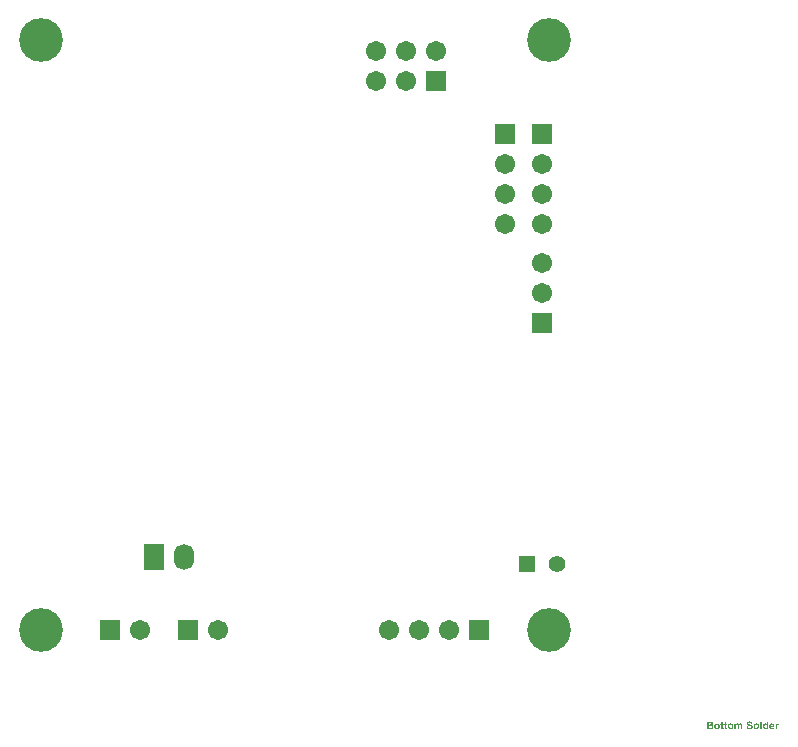
<source format=gbs>
G04*
G04 #@! TF.GenerationSoftware,Altium Limited,Altium Designer,23.3.1 (30)*
G04*
G04 Layer_Color=16711935*
%FSLAX25Y25*%
%MOIN*%
G70*
G04*
G04 #@! TF.SameCoordinates,97A15D6B-2EEB-42C3-8D6F-FEDD3E2C4342*
G04*
G04*
G04 #@! TF.FilePolarity,Negative*
G04*
G01*
G75*
%ADD55C,0.14580*%
%ADD56R,0.06706X0.06706*%
%ADD57C,0.06706*%
%ADD58C,0.05524*%
%ADD59R,0.05524X0.05524*%
%ADD61R,0.06706X0.06706*%
%ADD62R,0.06706X0.08674*%
%ADD63O,0.06706X0.08674*%
G36*
X151648Y-124874D02*
X151689Y-124876D01*
X151733Y-124882D01*
X151785Y-124887D01*
X151839Y-124898D01*
X151894Y-124909D01*
X151954Y-124923D01*
X152014Y-124939D01*
X152071Y-124958D01*
X152129Y-124983D01*
X152186Y-125013D01*
X152238Y-125043D01*
X152284Y-125081D01*
X152287Y-125084D01*
X152295Y-125089D01*
X152306Y-125103D01*
X152322Y-125119D01*
X152341Y-125138D01*
X152361Y-125166D01*
X152382Y-125196D01*
X152407Y-125229D01*
X152429Y-125267D01*
X152451Y-125308D01*
X152472Y-125354D01*
X152492Y-125403D01*
X152511Y-125455D01*
X152524Y-125512D01*
X152533Y-125573D01*
X152538Y-125635D01*
X152030Y-125654D01*
Y-125652D01*
X152027Y-125646D01*
Y-125635D01*
X152025Y-125624D01*
X152019Y-125608D01*
X152014Y-125589D01*
X152000Y-125548D01*
X151981Y-125504D01*
X151957Y-125458D01*
X151927Y-125414D01*
X151888Y-125379D01*
X151883Y-125376D01*
X151869Y-125365D01*
X151845Y-125351D01*
X151809Y-125335D01*
X151763Y-125319D01*
X151708Y-125305D01*
X151643Y-125294D01*
X151566Y-125291D01*
X151531D01*
X151512Y-125294D01*
X151490Y-125297D01*
X151438Y-125302D01*
X151383Y-125313D01*
X151323Y-125329D01*
X151269Y-125354D01*
X151217Y-125384D01*
X151214Y-125387D01*
X151206Y-125395D01*
X151192Y-125409D01*
X151179Y-125425D01*
X151162Y-125447D01*
X151151Y-125474D01*
X151140Y-125504D01*
X151138Y-125540D01*
Y-125542D01*
Y-125553D01*
X151140Y-125573D01*
X151146Y-125592D01*
X151157Y-125616D01*
X151168Y-125644D01*
X151187Y-125668D01*
X151211Y-125693D01*
X151217Y-125695D01*
X151222Y-125701D01*
X151233Y-125706D01*
X151244Y-125715D01*
X151260Y-125723D01*
X151282Y-125734D01*
X151307Y-125744D01*
X151334Y-125755D01*
X151367Y-125769D01*
X151405Y-125783D01*
X151449Y-125796D01*
X151498Y-125813D01*
X151552Y-125829D01*
X151613Y-125846D01*
X151678Y-125862D01*
X151684D01*
X151695Y-125865D01*
X151714Y-125870D01*
X151738Y-125875D01*
X151771Y-125884D01*
X151804Y-125895D01*
X151845Y-125906D01*
X151886Y-125917D01*
X151976Y-125944D01*
X152066Y-125974D01*
X152109Y-125990D01*
X152153Y-126007D01*
X152191Y-126026D01*
X152227Y-126042D01*
X152230D01*
X152235Y-126048D01*
X152243Y-126053D01*
X152257Y-126058D01*
X152290Y-126080D01*
X152331Y-126108D01*
X152374Y-126146D01*
X152421Y-126189D01*
X152467Y-126241D01*
X152508Y-126299D01*
Y-126301D01*
X152514Y-126307D01*
X152516Y-126315D01*
X152524Y-126329D01*
X152533Y-126345D01*
X152541Y-126364D01*
X152549Y-126386D01*
X152560Y-126411D01*
X152568Y-126438D01*
X152576Y-126468D01*
X152593Y-126536D01*
X152604Y-126615D01*
X152609Y-126700D01*
Y-126703D01*
Y-126708D01*
Y-126722D01*
X152606Y-126735D01*
Y-126755D01*
X152604Y-126779D01*
X152598Y-126804D01*
X152593Y-126831D01*
X152579Y-126894D01*
X152557Y-126962D01*
X152527Y-127033D01*
X152508Y-127071D01*
X152486Y-127107D01*
Y-127110D01*
X152481Y-127115D01*
X152472Y-127126D01*
X152464Y-127137D01*
X152451Y-127153D01*
X152437Y-127172D01*
X152399Y-127213D01*
X152350Y-127257D01*
X152292Y-127306D01*
X152224Y-127350D01*
X152145Y-127388D01*
X152142D01*
X152134Y-127391D01*
X152123Y-127396D01*
X152107Y-127402D01*
X152085Y-127410D01*
X152058Y-127415D01*
X152027Y-127423D01*
X151995Y-127432D01*
X151957Y-127443D01*
X151916Y-127451D01*
X151869Y-127456D01*
X151820Y-127464D01*
X151771Y-127470D01*
X151714Y-127475D01*
X151656Y-127478D01*
X151574D01*
X151550Y-127475D01*
X151517D01*
X151479Y-127473D01*
X151432Y-127467D01*
X151381Y-127459D01*
X151326Y-127451D01*
X151266Y-127440D01*
X151206Y-127423D01*
X151146Y-127407D01*
X151086Y-127385D01*
X151026Y-127361D01*
X150968Y-127331D01*
X150914Y-127298D01*
X150862Y-127260D01*
X150859Y-127257D01*
X150851Y-127249D01*
X150837Y-127235D01*
X150821Y-127219D01*
X150802Y-127194D01*
X150777Y-127167D01*
X150753Y-127134D01*
X150728Y-127096D01*
X150701Y-127052D01*
X150673Y-127006D01*
X150649Y-126951D01*
X150624Y-126894D01*
X150602Y-126831D01*
X150583Y-126766D01*
X150567Y-126692D01*
X150556Y-126615D01*
X151050Y-126566D01*
Y-126569D01*
X151053Y-126577D01*
X151056Y-126591D01*
X151058Y-126607D01*
X151064Y-126629D01*
X151072Y-126651D01*
X151088Y-126705D01*
X151113Y-126766D01*
X151146Y-126828D01*
X151184Y-126886D01*
X151206Y-126910D01*
X151230Y-126935D01*
X151233D01*
X151236Y-126940D01*
X151244Y-126946D01*
X151255Y-126954D01*
X151269Y-126962D01*
X151288Y-126970D01*
X151307Y-126981D01*
X151329Y-126992D01*
X151383Y-127014D01*
X151446Y-127030D01*
X151520Y-127044D01*
X151602Y-127049D01*
X151626D01*
X151643Y-127047D01*
X151664D01*
X151686Y-127044D01*
X151741Y-127036D01*
X151801Y-127025D01*
X151864Y-127006D01*
X151924Y-126981D01*
X151951Y-126965D01*
X151976Y-126946D01*
X151978D01*
X151981Y-126940D01*
X151995Y-126927D01*
X152017Y-126905D01*
X152039Y-126877D01*
X152060Y-126842D01*
X152082Y-126798D01*
X152096Y-126752D01*
X152101Y-126727D01*
Y-126703D01*
Y-126700D01*
Y-126686D01*
X152099Y-126670D01*
X152096Y-126651D01*
X152088Y-126626D01*
X152079Y-126599D01*
X152066Y-126574D01*
X152047Y-126550D01*
X152044Y-126547D01*
X152036Y-126539D01*
X152022Y-126528D01*
X152006Y-126512D01*
X151978Y-126495D01*
X151948Y-126476D01*
X151910Y-126460D01*
X151864Y-126441D01*
X151858Y-126438D01*
X151853D01*
X151845Y-126435D01*
X151834Y-126432D01*
X151817Y-126427D01*
X151801Y-126421D01*
X151779Y-126416D01*
X151754Y-126408D01*
X151725Y-126400D01*
X151692Y-126391D01*
X151654Y-126381D01*
X151613Y-126370D01*
X151566Y-126359D01*
X151514Y-126345D01*
X151457Y-126331D01*
X151452D01*
X151438Y-126326D01*
X151419Y-126321D01*
X151391Y-126312D01*
X151356Y-126304D01*
X151318Y-126291D01*
X151277Y-126277D01*
X151233Y-126263D01*
X151138Y-126225D01*
X151042Y-126184D01*
X150998Y-126159D01*
X150955Y-126135D01*
X150916Y-126110D01*
X150884Y-126083D01*
X150881Y-126080D01*
X150873Y-126072D01*
X150862Y-126061D01*
X150848Y-126045D01*
X150829Y-126026D01*
X150810Y-126001D01*
X150788Y-125974D01*
X150769Y-125941D01*
X150747Y-125906D01*
X150725Y-125867D01*
X150706Y-125824D01*
X150687Y-125780D01*
X150673Y-125734D01*
X150663Y-125682D01*
X150654Y-125630D01*
X150652Y-125575D01*
Y-125573D01*
Y-125567D01*
Y-125556D01*
X150654Y-125542D01*
Y-125526D01*
X150657Y-125504D01*
X150665Y-125458D01*
X150679Y-125403D01*
X150698Y-125340D01*
X150725Y-125278D01*
X150761Y-125215D01*
Y-125212D01*
X150766Y-125207D01*
X150772Y-125198D01*
X150780Y-125188D01*
X150807Y-125157D01*
X150840Y-125119D01*
X150886Y-125078D01*
X150938Y-125037D01*
X151004Y-124996D01*
X151075Y-124961D01*
X151077D01*
X151083Y-124958D01*
X151097Y-124953D01*
X151110Y-124947D01*
X151132Y-124939D01*
X151154Y-124934D01*
X151181Y-124925D01*
X151214Y-124915D01*
X151250Y-124906D01*
X151285Y-124898D01*
X151326Y-124893D01*
X151370Y-124884D01*
X151419Y-124879D01*
X151465Y-124874D01*
X151572Y-124871D01*
X151618D01*
X151648Y-124874D01*
D02*
G37*
G36*
X157832Y-127432D02*
X157384D01*
Y-127167D01*
X157378Y-127172D01*
X157373Y-127181D01*
X157365Y-127189D01*
X157340Y-127219D01*
X157310Y-127251D01*
X157269Y-127290D01*
X157226Y-127331D01*
X157174Y-127366D01*
X157119Y-127399D01*
X157116D01*
X157114Y-127402D01*
X157103Y-127404D01*
X157092Y-127410D01*
X157062Y-127423D01*
X157024Y-127434D01*
X156977Y-127448D01*
X156925Y-127462D01*
X156871Y-127470D01*
X156813Y-127473D01*
X156800D01*
X156783Y-127470D01*
X156761D01*
X156734Y-127464D01*
X156701Y-127459D01*
X156666Y-127451D01*
X156628Y-127440D01*
X156587Y-127429D01*
X156543Y-127412D01*
X156499Y-127391D01*
X156453Y-127366D01*
X156409Y-127339D01*
X156363Y-127303D01*
X156319Y-127265D01*
X156275Y-127221D01*
X156273Y-127219D01*
X156267Y-127210D01*
X156254Y-127194D01*
X156240Y-127175D01*
X156224Y-127148D01*
X156204Y-127118D01*
X156185Y-127079D01*
X156164Y-127039D01*
X156142Y-126989D01*
X156123Y-126937D01*
X156103Y-126877D01*
X156087Y-126815D01*
X156073Y-126746D01*
X156062Y-126673D01*
X156054Y-126593D01*
X156052Y-126512D01*
Y-126506D01*
Y-126490D01*
X156054Y-126468D01*
Y-126435D01*
X156057Y-126397D01*
X156062Y-126353D01*
X156071Y-126301D01*
X156079Y-126250D01*
X156090Y-126192D01*
X156103Y-126135D01*
X156123Y-126077D01*
X156142Y-126017D01*
X156166Y-125960D01*
X156196Y-125906D01*
X156229Y-125854D01*
X156267Y-125807D01*
X156270Y-125804D01*
X156278Y-125796D01*
X156289Y-125785D01*
X156306Y-125769D01*
X156327Y-125750D01*
X156355Y-125731D01*
X156385Y-125709D01*
X156417Y-125684D01*
X156456Y-125663D01*
X156499Y-125641D01*
X156543Y-125622D01*
X156592Y-125602D01*
X156644Y-125586D01*
X156699Y-125575D01*
X156759Y-125567D01*
X156819Y-125564D01*
X156832D01*
X156849Y-125567D01*
X156871D01*
X156898Y-125573D01*
X156928Y-125578D01*
X156961Y-125586D01*
X156999Y-125597D01*
X157040Y-125611D01*
X157083Y-125627D01*
X157127Y-125649D01*
X157171Y-125673D01*
X157217Y-125701D01*
X157261Y-125736D01*
X157305Y-125775D01*
X157348Y-125821D01*
Y-124912D01*
X157832D01*
Y-127432D01*
D02*
G37*
G36*
X148681Y-125567D02*
X148700Y-125570D01*
X148746Y-125575D01*
X148798Y-125583D01*
X148855Y-125600D01*
X148913Y-125619D01*
X148967Y-125646D01*
X148970D01*
X148973Y-125649D01*
X148989Y-125663D01*
X149014Y-125682D01*
X149046Y-125706D01*
X149079Y-125742D01*
X149115Y-125783D01*
X149147Y-125832D01*
X149175Y-125886D01*
X149177Y-125892D01*
X149180Y-125900D01*
X149183Y-125908D01*
X149186Y-125922D01*
X149191Y-125938D01*
X149197Y-125955D01*
X149202Y-125977D01*
X149205Y-126004D01*
X149210Y-126031D01*
X149216Y-126061D01*
X149218Y-126097D01*
X149221Y-126132D01*
X149224Y-126173D01*
X149227Y-126219D01*
Y-126266D01*
Y-127432D01*
X148743D01*
Y-126389D01*
Y-126386D01*
Y-126378D01*
Y-126364D01*
Y-126345D01*
X148741Y-126323D01*
Y-126299D01*
X148738Y-126241D01*
X148730Y-126184D01*
X148722Y-126124D01*
X148716Y-126099D01*
X148708Y-126075D01*
X148700Y-126053D01*
X148691Y-126037D01*
X148689Y-126031D01*
X148678Y-126020D01*
X148664Y-126004D01*
X148642Y-125985D01*
X148612Y-125966D01*
X148577Y-125949D01*
X148536Y-125938D01*
X148487Y-125933D01*
X148470D01*
X148451Y-125936D01*
X148424Y-125941D01*
X148397Y-125949D01*
X148364Y-125960D01*
X148331Y-125974D01*
X148296Y-125996D01*
X148293Y-125998D01*
X148282Y-126007D01*
X148266Y-126023D01*
X148247Y-126042D01*
X148225Y-126067D01*
X148203Y-126099D01*
X148184Y-126135D01*
X148167Y-126179D01*
X148165Y-126184D01*
Y-126192D01*
X148162Y-126200D01*
X148159Y-126214D01*
X148156Y-126230D01*
X148151Y-126247D01*
X148148Y-126269D01*
X148145Y-126293D01*
X148140Y-126323D01*
X148137Y-126353D01*
X148135Y-126386D01*
X148132Y-126424D01*
Y-126465D01*
X148129Y-126509D01*
Y-126555D01*
Y-127432D01*
X147646D01*
Y-126432D01*
Y-126430D01*
Y-126421D01*
Y-126408D01*
Y-126389D01*
Y-126367D01*
Y-126342D01*
X147643Y-126288D01*
X147640Y-126230D01*
X147635Y-126173D01*
X147632Y-126148D01*
X147627Y-126124D01*
X147624Y-126105D01*
X147619Y-126089D01*
Y-126086D01*
X147613Y-126075D01*
X147608Y-126061D01*
X147599Y-126045D01*
X147575Y-126007D01*
X147558Y-125988D01*
X147539Y-125971D01*
X147537Y-125968D01*
X147529Y-125966D01*
X147518Y-125960D01*
X147501Y-125952D01*
X147479Y-125944D01*
X147455Y-125938D01*
X147425Y-125936D01*
X147392Y-125933D01*
X147373D01*
X147351Y-125936D01*
X147324Y-125941D01*
X147294Y-125949D01*
X147261Y-125960D01*
X147225Y-125974D01*
X147190Y-125996D01*
X147187Y-125998D01*
X147176Y-126007D01*
X147160Y-126020D01*
X147141Y-126039D01*
X147122Y-126064D01*
X147100Y-126094D01*
X147081Y-126129D01*
X147064Y-126170D01*
X147062Y-126176D01*
Y-126181D01*
X147059Y-126192D01*
X147056Y-126203D01*
X147054Y-126219D01*
X147048Y-126239D01*
X147045Y-126258D01*
X147043Y-126282D01*
X147037Y-126310D01*
X147034Y-126342D01*
X147032Y-126375D01*
X147029Y-126413D01*
Y-126454D01*
X147026Y-126498D01*
Y-126544D01*
Y-127432D01*
X146543D01*
Y-125605D01*
X146988D01*
Y-125856D01*
X146991Y-125854D01*
X146999Y-125843D01*
X147012Y-125829D01*
X147032Y-125810D01*
X147054Y-125788D01*
X147081Y-125764D01*
X147114Y-125736D01*
X147149Y-125709D01*
X147187Y-125682D01*
X147231Y-125657D01*
X147277Y-125633D01*
X147327Y-125611D01*
X147381Y-125592D01*
X147436Y-125578D01*
X147496Y-125567D01*
X147556Y-125564D01*
X147586D01*
X147599Y-125567D01*
X147619D01*
X147660Y-125573D01*
X147706Y-125583D01*
X147758Y-125594D01*
X147810Y-125613D01*
X147859Y-125638D01*
X147862D01*
X147864Y-125641D01*
X147881Y-125652D01*
X147905Y-125668D01*
X147935Y-125693D01*
X147968Y-125723D01*
X148003Y-125761D01*
X148039Y-125804D01*
X148072Y-125856D01*
X148074Y-125854D01*
X148077Y-125851D01*
X148083Y-125843D01*
X148094Y-125832D01*
X148118Y-125807D01*
X148148Y-125775D01*
X148189Y-125739D01*
X148233Y-125701D01*
X148279Y-125668D01*
X148331Y-125638D01*
X148334D01*
X148337Y-125635D01*
X148345Y-125630D01*
X148356Y-125627D01*
X148383Y-125613D01*
X148421Y-125600D01*
X148465Y-125589D01*
X148517Y-125575D01*
X148571Y-125567D01*
X148629Y-125564D01*
X148661D01*
X148681Y-125567D01*
D02*
G37*
G36*
X161151D02*
X161168Y-125570D01*
X161208Y-125575D01*
X161258Y-125586D01*
X161312Y-125602D01*
X161370Y-125627D01*
X161427Y-125657D01*
X161277Y-126077D01*
X161271Y-126075D01*
X161255Y-126064D01*
X161233Y-126053D01*
X161203Y-126037D01*
X161168Y-126023D01*
X161129Y-126009D01*
X161091Y-126001D01*
X161050Y-125998D01*
X161034D01*
X161015Y-126001D01*
X160990Y-126007D01*
X160963Y-126012D01*
X160935Y-126023D01*
X160906Y-126037D01*
X160878Y-126056D01*
X160875Y-126058D01*
X160867Y-126067D01*
X160854Y-126080D01*
X160837Y-126102D01*
X160821Y-126129D01*
X160802Y-126165D01*
X160783Y-126206D01*
X160766Y-126258D01*
Y-126260D01*
X160764Y-126266D01*
Y-126274D01*
X160761Y-126288D01*
X160758Y-126304D01*
X160755Y-126329D01*
X160750Y-126356D01*
X160747Y-126389D01*
X160744Y-126427D01*
X160739Y-126471D01*
X160736Y-126520D01*
X160733Y-126577D01*
X160731Y-126640D01*
Y-126708D01*
X160728Y-126785D01*
Y-126869D01*
Y-127432D01*
X160245D01*
Y-125605D01*
X160693D01*
Y-125867D01*
X160695Y-125865D01*
X160698Y-125859D01*
X160704Y-125851D01*
X160712Y-125837D01*
X160733Y-125804D01*
X160761Y-125766D01*
X160794Y-125725D01*
X160826Y-125687D01*
X160862Y-125652D01*
X160881Y-125635D01*
X160897Y-125624D01*
X160903Y-125622D01*
X160914Y-125616D01*
X160933Y-125605D01*
X160957Y-125594D01*
X160990Y-125583D01*
X161026Y-125573D01*
X161064Y-125567D01*
X161108Y-125564D01*
X161135D01*
X161151Y-125567D01*
D02*
G37*
G36*
X155667Y-127432D02*
X155183D01*
Y-124912D01*
X155667D01*
Y-127432D01*
D02*
G37*
G36*
X138544Y-124915D02*
X138577D01*
X138651Y-124917D01*
X138724Y-124923D01*
X138795Y-124931D01*
X138825Y-124934D01*
X138855Y-124939D01*
X138861D01*
X138869Y-124942D01*
X138880Y-124945D01*
X138907Y-124950D01*
X138943Y-124961D01*
X138984Y-124975D01*
X139027Y-124994D01*
X139074Y-125016D01*
X139117Y-125043D01*
X139120D01*
X139123Y-125046D01*
X139137Y-125057D01*
X139158Y-125076D01*
X139186Y-125098D01*
X139216Y-125130D01*
X139248Y-125166D01*
X139281Y-125207D01*
X139311Y-125253D01*
Y-125256D01*
X139314Y-125259D01*
X139319Y-125267D01*
X139325Y-125275D01*
X139336Y-125302D01*
X139352Y-125338D01*
X139366Y-125381D01*
X139380Y-125433D01*
X139388Y-125488D01*
X139390Y-125548D01*
Y-125551D01*
Y-125556D01*
Y-125564D01*
X139388Y-125578D01*
Y-125594D01*
X139385Y-125611D01*
X139380Y-125654D01*
X139366Y-125706D01*
X139349Y-125761D01*
X139328Y-125815D01*
X139295Y-125873D01*
Y-125875D01*
X139289Y-125878D01*
X139284Y-125886D01*
X139278Y-125897D01*
X139257Y-125922D01*
X139227Y-125955D01*
X139188Y-125990D01*
X139145Y-126028D01*
X139093Y-126064D01*
X139035Y-126094D01*
X139038D01*
X139046Y-126097D01*
X139057Y-126102D01*
X139074Y-126108D01*
X139093Y-126116D01*
X139115Y-126124D01*
X139166Y-126148D01*
X139221Y-126179D01*
X139281Y-126219D01*
X139339Y-126266D01*
X139388Y-126323D01*
X139390Y-126326D01*
X139393Y-126331D01*
X139399Y-126340D01*
X139407Y-126350D01*
X139418Y-126367D01*
X139429Y-126386D01*
X139439Y-126408D01*
X139450Y-126430D01*
X139472Y-126487D01*
X139494Y-126550D01*
X139508Y-126624D01*
X139513Y-126662D01*
Y-126703D01*
Y-126705D01*
Y-126711D01*
Y-126719D01*
Y-126733D01*
X139511Y-126746D01*
X139508Y-126766D01*
X139502Y-126809D01*
X139494Y-126861D01*
X139478Y-126916D01*
X139459Y-126976D01*
X139431Y-127039D01*
Y-127041D01*
X139429Y-127047D01*
X139423Y-127055D01*
X139418Y-127066D01*
X139399Y-127096D01*
X139374Y-127131D01*
X139344Y-127172D01*
X139306Y-127216D01*
X139262Y-127260D01*
X139213Y-127298D01*
X139210D01*
X139207Y-127301D01*
X139199Y-127306D01*
X139188Y-127314D01*
X139175Y-127320D01*
X139158Y-127328D01*
X139120Y-127347D01*
X139071Y-127369D01*
X139011Y-127388D01*
X138945Y-127404D01*
X138872Y-127415D01*
X138858D01*
X138844Y-127418D01*
X138828D01*
X138806Y-127421D01*
X138779D01*
X138749Y-127423D01*
X138711D01*
X138667Y-127426D01*
X138618D01*
X138560Y-127429D01*
X138427D01*
X138347Y-127432D01*
X137403D01*
Y-124912D01*
X138511D01*
X138544Y-124915D01*
D02*
G37*
G36*
X159041Y-125567D02*
X159071Y-125570D01*
X159104Y-125573D01*
X159145Y-125578D01*
X159188Y-125586D01*
X159235Y-125597D01*
X159287Y-125613D01*
X159338Y-125630D01*
X159390Y-125652D01*
X159445Y-125679D01*
X159497Y-125709D01*
X159549Y-125744D01*
X159598Y-125788D01*
X159644Y-125835D01*
X159647Y-125837D01*
X159655Y-125848D01*
X159666Y-125862D01*
X159680Y-125884D01*
X159699Y-125914D01*
X159718Y-125949D01*
X159740Y-125990D01*
X159762Y-126037D01*
X159783Y-126091D01*
X159803Y-126154D01*
X159822Y-126219D01*
X159838Y-126293D01*
X159852Y-126375D01*
X159863Y-126462D01*
X159871Y-126555D01*
Y-126656D01*
X158661D01*
Y-126659D01*
Y-126664D01*
Y-126678D01*
X158664Y-126692D01*
X158667Y-126711D01*
X158670Y-126733D01*
X158678Y-126779D01*
X158692Y-126834D01*
X158711Y-126891D01*
X158738Y-126946D01*
X158776Y-126995D01*
X158779D01*
X158782Y-127000D01*
X158795Y-127014D01*
X158820Y-127033D01*
X158853Y-127052D01*
X158894Y-127074D01*
X158943Y-127093D01*
X158997Y-127107D01*
X159027Y-127110D01*
X159057Y-127112D01*
X159076D01*
X159096Y-127110D01*
X159123Y-127104D01*
X159153Y-127099D01*
X159183Y-127088D01*
X159216Y-127071D01*
X159246Y-127052D01*
X159248Y-127049D01*
X159259Y-127041D01*
X159273Y-127025D01*
X159289Y-127003D01*
X159311Y-126976D01*
X159330Y-126940D01*
X159349Y-126899D01*
X159366Y-126850D01*
X159846Y-126932D01*
Y-126935D01*
X159841Y-126943D01*
X159835Y-126957D01*
X159830Y-126976D01*
X159819Y-126998D01*
X159805Y-127022D01*
X159792Y-127052D01*
X159775Y-127082D01*
X159734Y-127148D01*
X159683Y-127213D01*
X159622Y-127279D01*
X159587Y-127309D01*
X159551Y-127336D01*
X159549Y-127339D01*
X159543Y-127341D01*
X159532Y-127350D01*
X159516Y-127358D01*
X159497Y-127369D01*
X159472Y-127380D01*
X159445Y-127391D01*
X159415Y-127404D01*
X159379Y-127418D01*
X159341Y-127429D01*
X159300Y-127440D01*
X159257Y-127451D01*
X159210Y-127459D01*
X159158Y-127467D01*
X159106Y-127470D01*
X159052Y-127473D01*
X159030D01*
X159005Y-127470D01*
X158973Y-127467D01*
X158934Y-127464D01*
X158888Y-127456D01*
X158839Y-127448D01*
X158784Y-127434D01*
X158727Y-127418D01*
X158670Y-127396D01*
X158612Y-127372D01*
X158552Y-127341D01*
X158498Y-127306D01*
X158443Y-127265D01*
X158394Y-127219D01*
X158347Y-127164D01*
X158345Y-127161D01*
X158339Y-127153D01*
X158331Y-127139D01*
X158320Y-127118D01*
X158307Y-127093D01*
X158290Y-127066D01*
X158274Y-127030D01*
X158257Y-126992D01*
X158241Y-126948D01*
X158225Y-126899D01*
X158208Y-126847D01*
X158195Y-126793D01*
X158184Y-126733D01*
X158176Y-126670D01*
X158170Y-126602D01*
X158167Y-126533D01*
Y-126528D01*
Y-126514D01*
X158170Y-126490D01*
Y-126460D01*
X158176Y-126421D01*
X158181Y-126375D01*
X158186Y-126329D01*
X158197Y-126274D01*
X158208Y-126219D01*
X158225Y-126162D01*
X158244Y-126102D01*
X158266Y-126042D01*
X158293Y-125985D01*
X158326Y-125927D01*
X158361Y-125873D01*
X158402Y-125824D01*
X158405Y-125821D01*
X158413Y-125813D01*
X158427Y-125799D01*
X158446Y-125783D01*
X158468Y-125764D01*
X158498Y-125742D01*
X158530Y-125717D01*
X158566Y-125693D01*
X158607Y-125671D01*
X158653Y-125646D01*
X158702Y-125624D01*
X158757Y-125605D01*
X158812Y-125589D01*
X158872Y-125575D01*
X158937Y-125567D01*
X159003Y-125564D01*
X159022D01*
X159041Y-125567D01*
D02*
G37*
G36*
X153900D02*
X153928Y-125570D01*
X153963Y-125573D01*
X154004Y-125578D01*
X154051Y-125586D01*
X154100Y-125597D01*
X154151Y-125613D01*
X154206Y-125630D01*
X154263Y-125652D01*
X154318Y-125679D01*
X154375Y-125709D01*
X154433Y-125744D01*
X154484Y-125788D01*
X154536Y-125835D01*
X154539Y-125837D01*
X154547Y-125848D01*
X154561Y-125862D01*
X154577Y-125884D01*
X154599Y-125911D01*
X154621Y-125941D01*
X154643Y-125979D01*
X154670Y-126020D01*
X154695Y-126067D01*
X154717Y-126119D01*
X154741Y-126176D01*
X154760Y-126236D01*
X154777Y-126299D01*
X154790Y-126367D01*
X154798Y-126438D01*
X154801Y-126514D01*
Y-126520D01*
Y-126533D01*
X154798Y-126555D01*
Y-126583D01*
X154793Y-126618D01*
X154788Y-126659D01*
X154779Y-126705D01*
X154769Y-126755D01*
X154755Y-126809D01*
X154736Y-126864D01*
X154714Y-126921D01*
X154689Y-126978D01*
X154657Y-127039D01*
X154621Y-127093D01*
X154580Y-127150D01*
X154534Y-127202D01*
X154531Y-127205D01*
X154523Y-127213D01*
X154506Y-127227D01*
X154484Y-127243D01*
X154460Y-127265D01*
X154427Y-127287D01*
X154392Y-127312D01*
X154351Y-127336D01*
X154304Y-127363D01*
X154253Y-127388D01*
X154198Y-127410D01*
X154138Y-127429D01*
X154075Y-127448D01*
X154007Y-127462D01*
X153936Y-127470D01*
X153862Y-127473D01*
X153838D01*
X153818Y-127470D01*
X153797D01*
X153772Y-127467D01*
X153742Y-127464D01*
X153709Y-127459D01*
X153636Y-127445D01*
X153554Y-127426D01*
X153469Y-127399D01*
X153384Y-127361D01*
X153382Y-127358D01*
X153373Y-127355D01*
X153363Y-127350D01*
X153346Y-127339D01*
X153327Y-127328D01*
X153308Y-127312D01*
X153256Y-127276D01*
X153201Y-127230D01*
X153144Y-127172D01*
X153089Y-127104D01*
X153040Y-127028D01*
Y-127025D01*
X153035Y-127017D01*
X153030Y-127006D01*
X153021Y-126989D01*
X153013Y-126968D01*
X153002Y-126943D01*
X152994Y-126913D01*
X152983Y-126880D01*
X152972Y-126842D01*
X152961Y-126801D01*
X152950Y-126757D01*
X152942Y-126711D01*
X152934Y-126662D01*
X152928Y-126607D01*
X152926Y-126553D01*
X152923Y-126495D01*
Y-126493D01*
Y-126484D01*
Y-126471D01*
X152926Y-126454D01*
Y-126432D01*
X152928Y-126405D01*
X152934Y-126378D01*
X152937Y-126345D01*
X152953Y-126274D01*
X152972Y-126195D01*
X153002Y-126113D01*
X153018Y-126069D01*
X153040Y-126028D01*
X153043Y-126026D01*
X153046Y-126017D01*
X153054Y-126007D01*
X153062Y-125990D01*
X153073Y-125971D01*
X153089Y-125949D01*
X153125Y-125900D01*
X153174Y-125846D01*
X153232Y-125788D01*
X153297Y-125734D01*
X153373Y-125684D01*
X153376Y-125682D01*
X153384Y-125679D01*
X153395Y-125673D01*
X153412Y-125665D01*
X153434Y-125657D01*
X153458Y-125646D01*
X153485Y-125635D01*
X153515Y-125624D01*
X153551Y-125613D01*
X153589Y-125602D01*
X153671Y-125583D01*
X153761Y-125570D01*
X153810Y-125564D01*
X153878D01*
X153900Y-125567D01*
D02*
G37*
G36*
X145298D02*
X145325Y-125570D01*
X145361Y-125573D01*
X145402Y-125578D01*
X145448Y-125586D01*
X145497Y-125597D01*
X145549Y-125613D01*
X145604Y-125630D01*
X145661Y-125652D01*
X145716Y-125679D01*
X145773Y-125709D01*
X145830Y-125744D01*
X145882Y-125788D01*
X145934Y-125835D01*
X145937Y-125837D01*
X145945Y-125848D01*
X145959Y-125862D01*
X145975Y-125884D01*
X145997Y-125911D01*
X146019Y-125941D01*
X146041Y-125979D01*
X146068Y-126020D01*
X146092Y-126067D01*
X146114Y-126119D01*
X146139Y-126176D01*
X146158Y-126236D01*
X146174Y-126299D01*
X146188Y-126367D01*
X146196Y-126438D01*
X146199Y-126514D01*
Y-126520D01*
Y-126533D01*
X146196Y-126555D01*
Y-126583D01*
X146191Y-126618D01*
X146185Y-126659D01*
X146177Y-126705D01*
X146166Y-126755D01*
X146153Y-126809D01*
X146133Y-126864D01*
X146112Y-126921D01*
X146087Y-126978D01*
X146054Y-127039D01*
X146019Y-127093D01*
X145978Y-127150D01*
X145931Y-127202D01*
X145929Y-127205D01*
X145921Y-127213D01*
X145904Y-127227D01*
X145882Y-127243D01*
X145858Y-127265D01*
X145825Y-127287D01*
X145790Y-127312D01*
X145749Y-127336D01*
X145702Y-127363D01*
X145650Y-127388D01*
X145596Y-127410D01*
X145536Y-127429D01*
X145473Y-127448D01*
X145405Y-127462D01*
X145334Y-127470D01*
X145260Y-127473D01*
X145235D01*
X145216Y-127470D01*
X145194D01*
X145170Y-127467D01*
X145140Y-127464D01*
X145107Y-127459D01*
X145033Y-127445D01*
X144951Y-127426D01*
X144867Y-127399D01*
X144782Y-127361D01*
X144779Y-127358D01*
X144771Y-127355D01*
X144760Y-127350D01*
X144744Y-127339D01*
X144725Y-127328D01*
X144706Y-127312D01*
X144654Y-127276D01*
X144599Y-127230D01*
X144542Y-127172D01*
X144487Y-127104D01*
X144438Y-127028D01*
Y-127025D01*
X144433Y-127017D01*
X144427Y-127006D01*
X144419Y-126989D01*
X144411Y-126968D01*
X144400Y-126943D01*
X144392Y-126913D01*
X144381Y-126880D01*
X144370Y-126842D01*
X144359Y-126801D01*
X144348Y-126757D01*
X144340Y-126711D01*
X144332Y-126662D01*
X144326Y-126607D01*
X144324Y-126553D01*
X144321Y-126495D01*
Y-126493D01*
Y-126484D01*
Y-126471D01*
X144324Y-126454D01*
Y-126432D01*
X144326Y-126405D01*
X144332Y-126378D01*
X144334Y-126345D01*
X144351Y-126274D01*
X144370Y-126195D01*
X144400Y-126113D01*
X144416Y-126069D01*
X144438Y-126028D01*
X144441Y-126026D01*
X144444Y-126017D01*
X144452Y-126007D01*
X144460Y-125990D01*
X144471Y-125971D01*
X144487Y-125949D01*
X144523Y-125900D01*
X144572Y-125846D01*
X144629Y-125788D01*
X144695Y-125734D01*
X144771Y-125684D01*
X144774Y-125682D01*
X144782Y-125679D01*
X144793Y-125673D01*
X144809Y-125665D01*
X144831Y-125657D01*
X144856Y-125646D01*
X144883Y-125635D01*
X144913Y-125624D01*
X144949Y-125613D01*
X144987Y-125602D01*
X145069Y-125583D01*
X145159Y-125570D01*
X145208Y-125564D01*
X145276D01*
X145298Y-125567D01*
D02*
G37*
G36*
X143767Y-125605D02*
X144097D01*
Y-125990D01*
X143767D01*
Y-126727D01*
Y-126730D01*
Y-126738D01*
Y-126749D01*
Y-126763D01*
Y-126779D01*
Y-126801D01*
Y-126845D01*
X143769Y-126888D01*
Y-126932D01*
X143772Y-126951D01*
Y-126968D01*
X143775Y-126981D01*
Y-126989D01*
Y-126992D01*
X143778Y-126995D01*
X143783Y-127011D01*
X143797Y-127030D01*
X143816Y-127049D01*
X143818D01*
X143821Y-127052D01*
X143829Y-127055D01*
X143840Y-127060D01*
X143865Y-127068D01*
X143898Y-127071D01*
X143911D01*
X143925Y-127068D01*
X143947Y-127066D01*
X143974Y-127060D01*
X144009Y-127052D01*
X144048Y-127041D01*
X144091Y-127028D01*
X144135Y-127402D01*
X144132D01*
X144127Y-127404D01*
X144119Y-127407D01*
X144105Y-127412D01*
X144089Y-127418D01*
X144070Y-127423D01*
X144048Y-127432D01*
X144023Y-127437D01*
X143969Y-127451D01*
X143903Y-127462D01*
X143829Y-127470D01*
X143753Y-127473D01*
X143731D01*
X143707Y-127470D01*
X143674Y-127467D01*
X143638Y-127462D01*
X143600Y-127453D01*
X143559Y-127443D01*
X143518Y-127429D01*
X143513Y-127426D01*
X143502Y-127421D01*
X143483Y-127412D01*
X143461Y-127399D01*
X143436Y-127383D01*
X143409Y-127363D01*
X143387Y-127341D01*
X143365Y-127317D01*
X143362Y-127314D01*
X143357Y-127303D01*
X143349Y-127287D01*
X143338Y-127268D01*
X143327Y-127241D01*
X143316Y-127208D01*
X143305Y-127170D01*
X143297Y-127129D01*
Y-127123D01*
X143294Y-127112D01*
Y-127101D01*
X143292Y-127088D01*
Y-127071D01*
Y-127055D01*
X143289Y-127033D01*
Y-127008D01*
X143286Y-126981D01*
Y-126948D01*
X143283Y-126913D01*
Y-126875D01*
Y-126834D01*
Y-126787D01*
Y-125990D01*
X143062D01*
Y-125605D01*
X143283D01*
Y-125242D01*
X143767Y-124958D01*
Y-125605D01*
D02*
G37*
G36*
X142595D02*
X142926D01*
Y-125990D01*
X142595D01*
Y-126727D01*
Y-126730D01*
Y-126738D01*
Y-126749D01*
Y-126763D01*
Y-126779D01*
Y-126801D01*
Y-126845D01*
X142598Y-126888D01*
Y-126932D01*
X142601Y-126951D01*
Y-126968D01*
X142604Y-126981D01*
Y-126989D01*
Y-126992D01*
X142606Y-126995D01*
X142612Y-127011D01*
X142625Y-127030D01*
X142645Y-127049D01*
X142647D01*
X142650Y-127052D01*
X142658Y-127055D01*
X142669Y-127060D01*
X142694Y-127068D01*
X142726Y-127071D01*
X142740D01*
X142754Y-127068D01*
X142776Y-127066D01*
X142803Y-127060D01*
X142838Y-127052D01*
X142877Y-127041D01*
X142920Y-127028D01*
X142964Y-127402D01*
X142961D01*
X142956Y-127404D01*
X142948Y-127407D01*
X142934Y-127412D01*
X142918Y-127418D01*
X142898Y-127423D01*
X142877Y-127432D01*
X142852Y-127437D01*
X142797Y-127451D01*
X142732Y-127462D01*
X142658Y-127470D01*
X142582Y-127473D01*
X142560D01*
X142535Y-127470D01*
X142503Y-127467D01*
X142467Y-127462D01*
X142429Y-127453D01*
X142388Y-127443D01*
X142347Y-127429D01*
X142341Y-127426D01*
X142331Y-127421D01*
X142312Y-127412D01*
X142290Y-127399D01*
X142265Y-127383D01*
X142238Y-127363D01*
X142216Y-127341D01*
X142194Y-127317D01*
X142191Y-127314D01*
X142186Y-127303D01*
X142178Y-127287D01*
X142167Y-127268D01*
X142156Y-127241D01*
X142145Y-127208D01*
X142134Y-127170D01*
X142126Y-127129D01*
Y-127123D01*
X142123Y-127112D01*
Y-127101D01*
X142120Y-127088D01*
Y-127071D01*
Y-127055D01*
X142118Y-127033D01*
Y-127008D01*
X142115Y-126981D01*
Y-126948D01*
X142112Y-126913D01*
Y-126875D01*
Y-126834D01*
Y-126787D01*
Y-125990D01*
X141891D01*
Y-125605D01*
X142112D01*
Y-125242D01*
X142595Y-124958D01*
Y-125605D01*
D02*
G37*
G36*
X140807Y-125567D02*
X140834Y-125570D01*
X140870Y-125573D01*
X140911Y-125578D01*
X140957Y-125586D01*
X141007Y-125597D01*
X141058Y-125613D01*
X141113Y-125630D01*
X141170Y-125652D01*
X141225Y-125679D01*
X141282Y-125709D01*
X141340Y-125744D01*
X141392Y-125788D01*
X141443Y-125835D01*
X141446Y-125837D01*
X141454Y-125848D01*
X141468Y-125862D01*
X141484Y-125884D01*
X141506Y-125911D01*
X141528Y-125941D01*
X141550Y-125979D01*
X141577Y-126020D01*
X141602Y-126067D01*
X141623Y-126119D01*
X141648Y-126176D01*
X141667Y-126236D01*
X141684Y-126299D01*
X141697Y-126367D01*
X141705Y-126438D01*
X141708Y-126514D01*
Y-126520D01*
Y-126533D01*
X141705Y-126555D01*
Y-126583D01*
X141700Y-126618D01*
X141694Y-126659D01*
X141686Y-126705D01*
X141675Y-126755D01*
X141662Y-126809D01*
X141643Y-126864D01*
X141621Y-126921D01*
X141596Y-126978D01*
X141563Y-127039D01*
X141528Y-127093D01*
X141487Y-127150D01*
X141441Y-127202D01*
X141438Y-127205D01*
X141430Y-127213D01*
X141413Y-127227D01*
X141392Y-127243D01*
X141367Y-127265D01*
X141334Y-127287D01*
X141299Y-127312D01*
X141258Y-127336D01*
X141211Y-127363D01*
X141159Y-127388D01*
X141105Y-127410D01*
X141045Y-127429D01*
X140982Y-127448D01*
X140914Y-127462D01*
X140843Y-127470D01*
X140769Y-127473D01*
X140744D01*
X140725Y-127470D01*
X140703D01*
X140679Y-127467D01*
X140649Y-127464D01*
X140616Y-127459D01*
X140542Y-127445D01*
X140461Y-127426D01*
X140376Y-127399D01*
X140291Y-127361D01*
X140289Y-127358D01*
X140280Y-127355D01*
X140269Y-127350D01*
X140253Y-127339D01*
X140234Y-127328D01*
X140215Y-127312D01*
X140163Y-127276D01*
X140108Y-127230D01*
X140051Y-127172D01*
X139996Y-127104D01*
X139947Y-127028D01*
Y-127025D01*
X139942Y-127017D01*
X139936Y-127006D01*
X139928Y-126989D01*
X139920Y-126968D01*
X139909Y-126943D01*
X139901Y-126913D01*
X139890Y-126880D01*
X139879Y-126842D01*
X139868Y-126801D01*
X139857Y-126757D01*
X139849Y-126711D01*
X139841Y-126662D01*
X139835Y-126607D01*
X139833Y-126553D01*
X139830Y-126495D01*
Y-126493D01*
Y-126484D01*
Y-126471D01*
X139833Y-126454D01*
Y-126432D01*
X139835Y-126405D01*
X139841Y-126378D01*
X139844Y-126345D01*
X139860Y-126274D01*
X139879Y-126195D01*
X139909Y-126113D01*
X139926Y-126069D01*
X139947Y-126028D01*
X139950Y-126026D01*
X139953Y-126017D01*
X139961Y-126007D01*
X139969Y-125990D01*
X139980Y-125971D01*
X139996Y-125949D01*
X140032Y-125900D01*
X140081Y-125846D01*
X140138Y-125788D01*
X140204Y-125734D01*
X140280Y-125684D01*
X140283Y-125682D01*
X140291Y-125679D01*
X140302Y-125673D01*
X140319Y-125665D01*
X140340Y-125657D01*
X140365Y-125646D01*
X140392Y-125635D01*
X140422Y-125624D01*
X140458Y-125613D01*
X140496Y-125602D01*
X140578Y-125583D01*
X140668Y-125570D01*
X140717Y-125564D01*
X140785D01*
X140807Y-125567D01*
D02*
G37*
%LPC*%
G36*
X156947Y-125933D02*
X156931D01*
X156920Y-125936D01*
X156887Y-125941D01*
X156846Y-125949D01*
X156802Y-125966D01*
X156753Y-125990D01*
X156729Y-126007D01*
X156707Y-126026D01*
X156682Y-126048D01*
X156660Y-126072D01*
Y-126075D01*
X156655Y-126077D01*
X156649Y-126086D01*
X156641Y-126097D01*
X156633Y-126113D01*
X156625Y-126129D01*
X156614Y-126151D01*
X156603Y-126173D01*
X156592Y-126200D01*
X156581Y-126230D01*
X156573Y-126266D01*
X156565Y-126301D01*
X156557Y-126340D01*
X156551Y-126383D01*
X156548Y-126430D01*
X156546Y-126479D01*
Y-126482D01*
Y-126493D01*
Y-126506D01*
Y-126525D01*
X156548Y-126550D01*
X156551Y-126577D01*
Y-126610D01*
X156557Y-126640D01*
X156565Y-126711D01*
X156579Y-126779D01*
X156598Y-126847D01*
X156611Y-126875D01*
X156625Y-126902D01*
X156628Y-126905D01*
X156630Y-126910D01*
X156639Y-126918D01*
X156647Y-126932D01*
X156674Y-126962D01*
X156710Y-126995D01*
X156756Y-127030D01*
X156810Y-127060D01*
X156843Y-127074D01*
X156876Y-127082D01*
X156912Y-127088D01*
X156950Y-127090D01*
X156966D01*
X156977Y-127088D01*
X157010Y-127082D01*
X157048Y-127074D01*
X157092Y-127058D01*
X157141Y-127030D01*
X157163Y-127017D01*
X157187Y-126998D01*
X157212Y-126976D01*
X157234Y-126951D01*
X157236Y-126948D01*
X157239Y-126946D01*
X157245Y-126935D01*
X157253Y-126924D01*
X157261Y-126910D01*
X157272Y-126891D01*
X157283Y-126869D01*
X157294Y-126845D01*
X157305Y-126817D01*
X157313Y-126785D01*
X157324Y-126749D01*
X157332Y-126711D01*
X157340Y-126670D01*
X157346Y-126626D01*
X157351Y-126577D01*
Y-126525D01*
Y-126523D01*
Y-126512D01*
Y-126495D01*
X157348Y-126473D01*
Y-126449D01*
X157346Y-126419D01*
X157343Y-126386D01*
X157337Y-126350D01*
X157324Y-126277D01*
X157302Y-126200D01*
X157275Y-126132D01*
X157255Y-126099D01*
X157236Y-126072D01*
Y-126069D01*
X157231Y-126067D01*
X157217Y-126050D01*
X157193Y-126028D01*
X157157Y-126001D01*
X157116Y-125977D01*
X157067Y-125955D01*
X157010Y-125938D01*
X156980Y-125936D01*
X156947Y-125933D01*
D02*
G37*
G36*
X138377Y-125332D02*
X137911D01*
Y-125914D01*
X138402D01*
X138465Y-125911D01*
X138525D01*
X138552Y-125908D01*
X138577D01*
X138599Y-125906D01*
X138620D01*
X138637Y-125903D01*
X138662Y-125897D01*
X138689Y-125889D01*
X138722Y-125878D01*
X138757Y-125862D01*
X138790Y-125843D01*
X138820Y-125818D01*
X138822Y-125815D01*
X138831Y-125804D01*
X138844Y-125788D01*
X138858Y-125764D01*
X138872Y-125736D01*
X138885Y-125701D01*
X138893Y-125663D01*
X138896Y-125619D01*
Y-125613D01*
Y-125600D01*
X138893Y-125578D01*
X138888Y-125553D01*
X138880Y-125523D01*
X138869Y-125491D01*
X138853Y-125461D01*
X138831Y-125431D01*
X138828Y-125428D01*
X138820Y-125420D01*
X138803Y-125406D01*
X138782Y-125392D01*
X138754Y-125376D01*
X138722Y-125362D01*
X138683Y-125351D01*
X138637Y-125343D01*
X138629D01*
X138620Y-125340D01*
X138596D01*
X138577Y-125338D01*
X138530D01*
X138498Y-125335D01*
X138424D01*
X138377Y-125332D01*
D02*
G37*
G36*
X138383Y-126334D02*
X137911D01*
Y-127006D01*
X138470D01*
X138528Y-127003D01*
X138588D01*
X138645Y-127000D01*
X138670Y-126998D01*
X138694D01*
X138713Y-126995D01*
X138730Y-126992D01*
X138735D01*
X138749Y-126987D01*
X138771Y-126981D01*
X138795Y-126970D01*
X138825Y-126957D01*
X138855Y-126940D01*
X138888Y-126918D01*
X138915Y-126891D01*
X138918Y-126888D01*
X138926Y-126877D01*
X138940Y-126858D01*
X138954Y-126834D01*
X138964Y-126804D01*
X138978Y-126768D01*
X138986Y-126725D01*
X138989Y-126678D01*
Y-126673D01*
Y-126659D01*
X138986Y-126637D01*
X138981Y-126613D01*
X138975Y-126583D01*
X138964Y-126550D01*
X138951Y-126517D01*
X138932Y-126487D01*
X138929Y-126484D01*
X138921Y-126473D01*
X138910Y-126460D01*
X138891Y-126443D01*
X138869Y-126424D01*
X138842Y-126405D01*
X138809Y-126389D01*
X138773Y-126372D01*
X138768Y-126370D01*
X138762D01*
X138752Y-126367D01*
X138738Y-126364D01*
X138722Y-126362D01*
X138702Y-126356D01*
X138678Y-126353D01*
X138651Y-126350D01*
X138618Y-126345D01*
X138580Y-126342D01*
X138539Y-126340D01*
X138492Y-126337D01*
X138440D01*
X138383Y-126334D01*
D02*
G37*
G36*
X159030Y-125933D02*
X159014D01*
X159003Y-125936D01*
X158975Y-125938D01*
X158937Y-125946D01*
X158896Y-125960D01*
X158853Y-125982D01*
X158812Y-126012D01*
X158790Y-126028D01*
X158771Y-126050D01*
X158765Y-126056D01*
X158754Y-126072D01*
X158738Y-126097D01*
X158719Y-126132D01*
X158700Y-126176D01*
X158683Y-126230D01*
X158672Y-126291D01*
X158670Y-126362D01*
X159390D01*
Y-126359D01*
Y-126353D01*
Y-126342D01*
X159388Y-126326D01*
X159385Y-126310D01*
X159382Y-126291D01*
X159374Y-126244D01*
X159360Y-126192D01*
X159341Y-126140D01*
X159317Y-126089D01*
X159281Y-126045D01*
X159276Y-126039D01*
X159262Y-126028D01*
X159240Y-126009D01*
X159210Y-125988D01*
X159175Y-125968D01*
X159131Y-125949D01*
X159082Y-125938D01*
X159030Y-125933D01*
D02*
G37*
G36*
X153859Y-125957D02*
X153840D01*
X153829Y-125960D01*
X153813Y-125963D01*
X153794Y-125966D01*
X153750Y-125977D01*
X153698Y-125993D01*
X153646Y-126017D01*
X153619Y-126034D01*
X153595Y-126053D01*
X153567Y-126077D01*
X153543Y-126102D01*
Y-126105D01*
X153537Y-126108D01*
X153532Y-126119D01*
X153524Y-126129D01*
X153513Y-126143D01*
X153502Y-126162D01*
X153491Y-126184D01*
X153480Y-126209D01*
X153469Y-126236D01*
X153458Y-126269D01*
X153447Y-126301D01*
X153436Y-126340D01*
X153428Y-126381D01*
X153423Y-126424D01*
X153420Y-126471D01*
X153417Y-126520D01*
Y-126523D01*
Y-126531D01*
Y-126547D01*
X153420Y-126564D01*
Y-126588D01*
X153423Y-126613D01*
X153428Y-126643D01*
X153434Y-126675D01*
X153447Y-126741D01*
X153469Y-126812D01*
X153502Y-126877D01*
X153521Y-126910D01*
X153543Y-126937D01*
X153545Y-126940D01*
X153548Y-126943D01*
X153556Y-126951D01*
X153565Y-126959D01*
X153595Y-126981D01*
X153630Y-127008D01*
X153676Y-127036D01*
X153731Y-127058D01*
X153791Y-127074D01*
X153824Y-127077D01*
X153859Y-127079D01*
X153878D01*
X153892Y-127077D01*
X153906Y-127074D01*
X153925Y-127071D01*
X153969Y-127060D01*
X154021Y-127044D01*
X154072Y-127019D01*
X154100Y-127003D01*
X154127Y-126984D01*
X154151Y-126962D01*
X154176Y-126937D01*
X154179Y-126935D01*
X154182Y-126929D01*
X154187Y-126921D01*
X154195Y-126910D01*
X154206Y-126897D01*
X154217Y-126877D01*
X154228Y-126856D01*
X154242Y-126831D01*
X154253Y-126804D01*
X154263Y-126771D01*
X154274Y-126735D01*
X154285Y-126700D01*
X154294Y-126659D01*
X154299Y-126615D01*
X154304Y-126566D01*
Y-126517D01*
Y-126514D01*
Y-126506D01*
Y-126490D01*
X154302Y-126473D01*
Y-126449D01*
X154299Y-126424D01*
X154294Y-126394D01*
X154288Y-126364D01*
X154274Y-126296D01*
X154250Y-126228D01*
X154220Y-126162D01*
X154198Y-126129D01*
X154176Y-126102D01*
X154173Y-126099D01*
X154171Y-126097D01*
X154162Y-126089D01*
X154154Y-126080D01*
X154127Y-126056D01*
X154089Y-126028D01*
X154042Y-126004D01*
X153988Y-125979D01*
X153928Y-125963D01*
X153895Y-125960D01*
X153859Y-125957D01*
D02*
G37*
G36*
X145257D02*
X145238D01*
X145227Y-125960D01*
X145211Y-125963D01*
X145192Y-125966D01*
X145148Y-125977D01*
X145096Y-125993D01*
X145044Y-126017D01*
X145017Y-126034D01*
X144992Y-126053D01*
X144965Y-126077D01*
X144940Y-126102D01*
Y-126105D01*
X144935Y-126108D01*
X144930Y-126119D01*
X144921Y-126129D01*
X144910Y-126143D01*
X144899Y-126162D01*
X144889Y-126184D01*
X144878Y-126209D01*
X144867Y-126236D01*
X144856Y-126269D01*
X144845Y-126301D01*
X144834Y-126340D01*
X144826Y-126381D01*
X144820Y-126424D01*
X144818Y-126471D01*
X144815Y-126520D01*
Y-126523D01*
Y-126531D01*
Y-126547D01*
X144818Y-126564D01*
Y-126588D01*
X144820Y-126613D01*
X144826Y-126643D01*
X144831Y-126675D01*
X144845Y-126741D01*
X144867Y-126812D01*
X144899Y-126877D01*
X144919Y-126910D01*
X144940Y-126937D01*
X144943Y-126940D01*
X144946Y-126943D01*
X144954Y-126951D01*
X144962Y-126959D01*
X144992Y-126981D01*
X145028Y-127008D01*
X145074Y-127036D01*
X145129Y-127058D01*
X145189Y-127074D01*
X145222Y-127077D01*
X145257Y-127079D01*
X145276D01*
X145290Y-127077D01*
X145304Y-127074D01*
X145323Y-127071D01*
X145366Y-127060D01*
X145418Y-127044D01*
X145470Y-127019D01*
X145497Y-127003D01*
X145525Y-126984D01*
X145549Y-126962D01*
X145574Y-126937D01*
X145577Y-126935D01*
X145579Y-126929D01*
X145585Y-126921D01*
X145593Y-126910D01*
X145604Y-126897D01*
X145615Y-126877D01*
X145626Y-126856D01*
X145639Y-126831D01*
X145650Y-126804D01*
X145661Y-126771D01*
X145672Y-126735D01*
X145683Y-126700D01*
X145691Y-126659D01*
X145697Y-126615D01*
X145702Y-126566D01*
Y-126517D01*
Y-126514D01*
Y-126506D01*
Y-126490D01*
X145699Y-126473D01*
Y-126449D01*
X145697Y-126424D01*
X145691Y-126394D01*
X145686Y-126364D01*
X145672Y-126296D01*
X145648Y-126228D01*
X145617Y-126162D01*
X145596Y-126129D01*
X145574Y-126102D01*
X145571Y-126099D01*
X145568Y-126097D01*
X145560Y-126089D01*
X145552Y-126080D01*
X145525Y-126056D01*
X145486Y-126028D01*
X145440Y-126004D01*
X145386Y-125979D01*
X145325Y-125963D01*
X145293Y-125960D01*
X145257Y-125957D01*
D02*
G37*
G36*
X140766D02*
X140747D01*
X140736Y-125960D01*
X140720Y-125963D01*
X140701Y-125966D01*
X140657Y-125977D01*
X140605Y-125993D01*
X140553Y-126017D01*
X140526Y-126034D01*
X140501Y-126053D01*
X140474Y-126077D01*
X140450Y-126102D01*
Y-126105D01*
X140444Y-126108D01*
X140439Y-126119D01*
X140430Y-126129D01*
X140420Y-126143D01*
X140409Y-126162D01*
X140398Y-126184D01*
X140387Y-126209D01*
X140376Y-126236D01*
X140365Y-126269D01*
X140354Y-126301D01*
X140343Y-126340D01*
X140335Y-126381D01*
X140330Y-126424D01*
X140327Y-126471D01*
X140324Y-126520D01*
Y-126523D01*
Y-126531D01*
Y-126547D01*
X140327Y-126564D01*
Y-126588D01*
X140330Y-126613D01*
X140335Y-126643D01*
X140340Y-126675D01*
X140354Y-126741D01*
X140376Y-126812D01*
X140409Y-126877D01*
X140428Y-126910D01*
X140450Y-126937D01*
X140452Y-126940D01*
X140455Y-126943D01*
X140463Y-126951D01*
X140471Y-126959D01*
X140501Y-126981D01*
X140537Y-127008D01*
X140583Y-127036D01*
X140638Y-127058D01*
X140698Y-127074D01*
X140731Y-127077D01*
X140766Y-127079D01*
X140785D01*
X140799Y-127077D01*
X140813Y-127074D01*
X140832Y-127071D01*
X140875Y-127060D01*
X140927Y-127044D01*
X140979Y-127019D01*
X141007Y-127003D01*
X141034Y-126984D01*
X141058Y-126962D01*
X141083Y-126937D01*
X141086Y-126935D01*
X141088Y-126929D01*
X141094Y-126921D01*
X141102Y-126910D01*
X141113Y-126897D01*
X141124Y-126877D01*
X141135Y-126856D01*
X141148Y-126831D01*
X141159Y-126804D01*
X141170Y-126771D01*
X141181Y-126735D01*
X141192Y-126700D01*
X141200Y-126659D01*
X141206Y-126615D01*
X141211Y-126566D01*
Y-126517D01*
Y-126514D01*
Y-126506D01*
Y-126490D01*
X141209Y-126473D01*
Y-126449D01*
X141206Y-126424D01*
X141200Y-126394D01*
X141195Y-126364D01*
X141181Y-126296D01*
X141157Y-126228D01*
X141127Y-126162D01*
X141105Y-126129D01*
X141083Y-126102D01*
X141080Y-126099D01*
X141077Y-126097D01*
X141069Y-126089D01*
X141061Y-126080D01*
X141034Y-126056D01*
X140996Y-126028D01*
X140949Y-126004D01*
X140895Y-125979D01*
X140834Y-125963D01*
X140802Y-125960D01*
X140766Y-125957D01*
D02*
G37*
%LPD*%
D55*
X-84646Y102362D02*
D03*
Y-94488D02*
D03*
X84646D02*
D03*
Y102362D02*
D03*
D56*
X47000Y88500D02*
D03*
X-35500Y-94500D02*
D03*
X-61500D02*
D03*
X61500D02*
D03*
D57*
X47000Y98500D02*
D03*
X37000Y88500D02*
D03*
Y98500D02*
D03*
X27000Y88500D02*
D03*
Y98500D02*
D03*
X82500Y28000D02*
D03*
Y18000D02*
D03*
X-25500Y-94500D02*
D03*
X-51500D02*
D03*
X51500D02*
D03*
X41500D02*
D03*
X31500D02*
D03*
X82500Y61000D02*
D03*
Y51000D02*
D03*
Y41000D02*
D03*
X70000Y61000D02*
D03*
Y51000D02*
D03*
Y41000D02*
D03*
D58*
X87500Y-72500D02*
D03*
D59*
X77500D02*
D03*
D61*
X82500Y8000D02*
D03*
Y71000D02*
D03*
X70000D02*
D03*
D62*
X-47000Y-70000D02*
D03*
D63*
X-37000D02*
D03*
M02*

</source>
